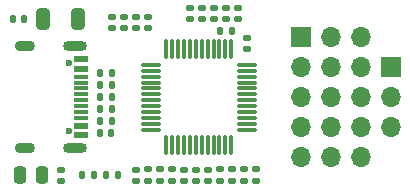
<source format=gbr>
%TF.GenerationSoftware,KiCad,Pcbnew,6.0.4-6f826c9f35~116~ubuntu21.10.1*%
%TF.CreationDate,2022-04-05T23:43:51+08:00*%
%TF.ProjectId,ST_Link_V2.1,53545f4c-696e-46b5-9f56-322e312e6b69,rev?*%
%TF.SameCoordinates,Original*%
%TF.FileFunction,Soldermask,Top*%
%TF.FilePolarity,Negative*%
%FSLAX46Y46*%
G04 Gerber Fmt 4.6, Leading zero omitted, Abs format (unit mm)*
G04 Created by KiCad (PCBNEW 6.0.4-6f826c9f35~116~ubuntu21.10.1) date 2022-04-05 23:43:51*
%MOMM*%
%LPD*%
G01*
G04 APERTURE LIST*
G04 Aperture macros list*
%AMRoundRect*
0 Rectangle with rounded corners*
0 $1 Rounding radius*
0 $2 $3 $4 $5 $6 $7 $8 $9 X,Y pos of 4 corners*
0 Add a 4 corners polygon primitive as box body*
4,1,4,$2,$3,$4,$5,$6,$7,$8,$9,$2,$3,0*
0 Add four circle primitives for the rounded corners*
1,1,$1+$1,$2,$3*
1,1,$1+$1,$4,$5*
1,1,$1+$1,$6,$7*
1,1,$1+$1,$8,$9*
0 Add four rect primitives between the rounded corners*
20,1,$1+$1,$2,$3,$4,$5,0*
20,1,$1+$1,$4,$5,$6,$7,0*
20,1,$1+$1,$6,$7,$8,$9,0*
20,1,$1+$1,$8,$9,$2,$3,0*%
G04 Aperture macros list end*
%ADD10RoundRect,0.140000X-0.170000X0.140000X-0.170000X-0.140000X0.170000X-0.140000X0.170000X0.140000X0*%
%ADD11RoundRect,0.140000X0.170000X-0.140000X0.170000X0.140000X-0.170000X0.140000X-0.170000X-0.140000X0*%
%ADD12RoundRect,0.140000X0.140000X0.170000X-0.140000X0.170000X-0.140000X-0.170000X0.140000X-0.170000X0*%
%ADD13RoundRect,0.250000X0.250000X0.475000X-0.250000X0.475000X-0.250000X-0.475000X0.250000X-0.475000X0*%
%ADD14RoundRect,0.249999X-0.325001X-0.650001X0.325001X-0.650001X0.325001X0.650001X-0.325001X0.650001X0*%
%ADD15RoundRect,0.147500X-0.172500X0.147500X-0.172500X-0.147500X0.172500X-0.147500X0.172500X0.147500X0*%
%ADD16RoundRect,0.147500X0.172500X-0.147500X0.172500X0.147500X-0.172500X0.147500X-0.172500X-0.147500X0*%
%ADD17C,0.600000*%
%ADD18R,1.160000X0.600000*%
%ADD19R,1.160000X0.300000*%
%ADD20O,2.000000X0.900000*%
%ADD21O,1.700000X0.900000*%
%ADD22RoundRect,0.135000X-0.185000X0.135000X-0.185000X-0.135000X0.185000X-0.135000X0.185000X0.135000X0*%
%ADD23RoundRect,0.135000X0.135000X0.185000X-0.135000X0.185000X-0.135000X-0.185000X0.135000X-0.185000X0*%
%ADD24RoundRect,0.135000X-0.135000X-0.185000X0.135000X-0.185000X0.135000X0.185000X-0.135000X0.185000X0*%
%ADD25RoundRect,0.135000X0.185000X-0.135000X0.185000X0.135000X-0.185000X0.135000X-0.185000X-0.135000X0*%
%ADD26O,0.280000X1.800000*%
%ADD27O,1.800000X0.280000*%
%ADD28R,1.700000X1.700000*%
%ADD29O,1.700000X1.700000*%
G04 APERTURE END LIST*
D10*
%TO.C,C1*%
X72136000Y-90198000D03*
X72136000Y-91158000D03*
%TD*%
%TO.C,C2*%
X73152000Y-90198000D03*
X73152000Y-91158000D03*
%TD*%
D11*
%TO.C,C3*%
X69088000Y-78204000D03*
X69088000Y-77244000D03*
%TD*%
D12*
%TO.C,C4*%
X66012000Y-87122000D03*
X65052000Y-87122000D03*
%TD*%
D10*
%TO.C,C5*%
X68072000Y-90198000D03*
X68072000Y-91158000D03*
%TD*%
D13*
%TO.C,C6*%
X60132000Y-90678000D03*
X58232000Y-90678000D03*
%TD*%
D11*
%TO.C,C7*%
X77470000Y-79982000D03*
X77470000Y-79022000D03*
%TD*%
%TO.C,C8*%
X61722000Y-91158000D03*
X61722000Y-90198000D03*
%TD*%
D10*
%TO.C,C10*%
X74168000Y-90198000D03*
X74168000Y-91158000D03*
%TD*%
D11*
%TO.C,C11*%
X66040000Y-78204000D03*
X66040000Y-77244000D03*
%TD*%
D14*
%TO.C,C12*%
X60247000Y-77470000D03*
X63197000Y-77470000D03*
%TD*%
D11*
%TO.C,C13*%
X68072000Y-78204000D03*
X68072000Y-77244000D03*
%TD*%
D12*
%TO.C,C14*%
X58646000Y-77470000D03*
X57686000Y-77470000D03*
%TD*%
D11*
%TO.C,C15*%
X67056000Y-78204000D03*
X67056000Y-77244000D03*
%TD*%
D15*
%TO.C,D1*%
X73660000Y-76477000D03*
X73660000Y-77447000D03*
%TD*%
D16*
%TO.C,D2*%
X74676000Y-77447000D03*
X74676000Y-76477000D03*
%TD*%
D15*
%TO.C,D3*%
X72644000Y-76477000D03*
X72644000Y-77447000D03*
%TD*%
D16*
%TO.C,D4*%
X76708000Y-77447000D03*
X76708000Y-76477000D03*
%TD*%
%TO.C,D5*%
X75692000Y-77447000D03*
X75692000Y-76477000D03*
%TD*%
D17*
%TO.C,J1*%
X62410000Y-81184000D03*
X62410000Y-86964000D03*
D18*
X63470000Y-80874000D03*
X63470000Y-81674000D03*
D19*
X63470000Y-82824000D03*
X63470000Y-83824000D03*
X63470000Y-84324000D03*
X63470000Y-85324000D03*
D18*
X63470000Y-86474000D03*
X63470000Y-87274000D03*
X63470000Y-87274000D03*
X63470000Y-86474000D03*
D19*
X63470000Y-85824000D03*
X63470000Y-84824000D03*
X63470000Y-83324000D03*
X63470000Y-82324000D03*
D18*
X63470000Y-81674000D03*
X63470000Y-80874000D03*
D20*
X62890000Y-79754000D03*
X62890000Y-88394000D03*
D21*
X58720000Y-79754000D03*
X58720000Y-88394000D03*
%TD*%
D22*
%TO.C,R1*%
X70104000Y-90168000D03*
X70104000Y-91188000D03*
%TD*%
%TO.C,R2*%
X71120000Y-90168000D03*
X71120000Y-91188000D03*
%TD*%
D23*
%TO.C,R3*%
X66042000Y-82042000D03*
X65022000Y-82042000D03*
%TD*%
%TO.C,R4*%
X66042000Y-86106000D03*
X65022000Y-86106000D03*
%TD*%
%TO.C,R5*%
X66042000Y-83058000D03*
X65022000Y-83058000D03*
%TD*%
%TO.C,R6*%
X66042000Y-85090000D03*
X65022000Y-85090000D03*
%TD*%
%TO.C,R7*%
X76202000Y-78486000D03*
X75182000Y-78486000D03*
%TD*%
D24*
%TO.C,R8*%
X65530000Y-90678000D03*
X66550000Y-90678000D03*
%TD*%
D23*
%TO.C,R10*%
X64518000Y-90678000D03*
X63498000Y-90678000D03*
%TD*%
%TO.C,R11*%
X66042000Y-84074000D03*
X65022000Y-84074000D03*
%TD*%
D25*
%TO.C,R12*%
X76200000Y-91188000D03*
X76200000Y-90168000D03*
%TD*%
D22*
%TO.C,R13*%
X77216000Y-90168000D03*
X77216000Y-91188000D03*
%TD*%
%TO.C,R19*%
X75184000Y-90168000D03*
X75184000Y-91188000D03*
%TD*%
D25*
%TO.C,R20*%
X69087001Y-91188000D03*
X69087001Y-90168000D03*
%TD*%
%TO.C,R21*%
X78232000Y-91188000D03*
X78232000Y-90168000D03*
%TD*%
D26*
%TO.C,U1*%
X70656000Y-88124000D03*
X71156000Y-88124000D03*
X71656000Y-88124000D03*
X72156000Y-88124000D03*
X72656000Y-88124000D03*
X73156000Y-88124000D03*
X73656000Y-88124000D03*
X74156000Y-88124000D03*
X74656000Y-88124000D03*
X75156000Y-88124000D03*
X75656000Y-88124000D03*
X76156000Y-88124000D03*
D27*
X77456000Y-86824000D03*
X77456000Y-86324000D03*
X77456000Y-85824000D03*
X77456000Y-85324000D03*
X77456000Y-84824000D03*
X77456000Y-84324000D03*
X77456000Y-83824000D03*
X77456000Y-83324000D03*
X77456000Y-82824000D03*
X77456000Y-82324000D03*
X77456000Y-81824000D03*
X77456000Y-81324000D03*
D26*
X76156000Y-80024000D03*
X75656000Y-80024000D03*
X75156000Y-80024000D03*
X74656000Y-80024000D03*
X74156000Y-80024000D03*
X73656000Y-80024000D03*
X73156000Y-80024000D03*
X72656000Y-80024000D03*
X72156000Y-80024000D03*
X71656000Y-80024000D03*
X71156000Y-80024000D03*
X70656000Y-80024000D03*
D27*
X69356000Y-81324000D03*
X69356000Y-81824000D03*
X69356000Y-82324000D03*
X69356000Y-82824000D03*
X69356000Y-83324000D03*
X69356000Y-83824000D03*
X69356000Y-84324000D03*
X69356000Y-84824000D03*
X69356000Y-85324000D03*
X69356000Y-85824000D03*
X69356000Y-86324000D03*
X69356000Y-86824000D03*
%TD*%
D28*
%TO.C,J3*%
X82042000Y-78994000D03*
D29*
X82042000Y-81534000D03*
X82042000Y-84074000D03*
X82042000Y-86614000D03*
X82042000Y-89154000D03*
X84582000Y-78994000D03*
X84582000Y-81534000D03*
X84582000Y-84074000D03*
X84582000Y-86614000D03*
X84582000Y-89154000D03*
X87122000Y-78994000D03*
X87122000Y-81534000D03*
X87122000Y-84074000D03*
X87122000Y-86614000D03*
X87122000Y-89154000D03*
%TD*%
D28*
%TO.C,J2*%
X89662000Y-81534000D03*
D29*
X89662000Y-84074000D03*
X89662000Y-86614000D03*
%TD*%
M02*

</source>
